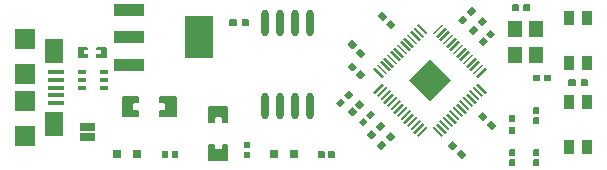
<source format=gtp>
G04 Layer: TopPasteMaskLayer*
G04 EasyEDA v6.5.14, 2022-08-20 14:37:37*
G04 4645136cb0f74b4096413293ac8c450d,6126cb6f80e34288b1b51c63ee1abbf7,10*
G04 Gerber Generator version 0.2*
G04 Scale: 100 percent, Rotated: No, Reflected: No *
G04 Dimensions in millimeters *
G04 leading zeros omitted , absolute positions ,4 integer and 5 decimal *
%FSLAX45Y45*%
%MOMM*%

%AMMACRO1*21,1,$1,$2,0,0,$3*%
%AMMACRO2*4,1,4,-0.635,-0.3175,-0.635,0.3175,0.635,0.3175,0.635,-0.3175,-0.635,-0.3175,0*%
%ADD10R,0.9000X1.2500*%
%ADD11R,2.5000X1.1000*%
%ADD12MACRO1,3.6X2.34X90.0000*%
%ADD13MACRO2*%
%ADD14O,0.6299962X2.2500082*%
%ADD15R,0.8000X0.8000*%
%ADD16R,1.8000X1.8000*%
%ADD17R,1.6000X2.1000*%
%ADD18R,1.3500X0.4000*%
%ADD19R,0.7000X0.4200*%
%ADD20R,1.2000X1.4000*%
%ADD21R,0.0153X1.4000*%

%LPD*%
G36*
X4433671Y8909558D02*
G01*
X4428693Y8904579D01*
X4428693Y8881770D01*
X4465675Y8881770D01*
X4465675Y8848801D01*
X4428693Y8848801D01*
X4428693Y8824569D01*
X4433671Y8819591D01*
X4513681Y8819591D01*
X4518710Y8824569D01*
X4518710Y8904579D01*
X4513681Y8909558D01*
G37*
G36*
X4274718Y8909558D02*
G01*
X4269689Y8904579D01*
X4269689Y8824569D01*
X4274718Y8819591D01*
X4353712Y8819591D01*
X4358690Y8824569D01*
X4358690Y8848801D01*
X4320692Y8848801D01*
X4320692Y8881770D01*
X4358690Y8881770D01*
X4358690Y8904579D01*
X4353712Y8909558D01*
G37*
G36*
X8430971Y8638082D02*
G01*
X8425992Y8633104D01*
X8425992Y8588095D01*
X8430971Y8583066D01*
X8483955Y8583066D01*
X8488984Y8588095D01*
X8488984Y8633104D01*
X8483955Y8638082D01*
G37*
G36*
X8533993Y8638082D02*
G01*
X8528964Y8633104D01*
X8528964Y8588095D01*
X8533993Y8583066D01*
X8586978Y8583066D01*
X8591956Y8588095D01*
X8591956Y8633104D01*
X8586978Y8638082D01*
G37*
G36*
X7927695Y8234984D02*
G01*
X7922666Y8229955D01*
X7922666Y8176971D01*
X7927695Y8171992D01*
X7972704Y8171992D01*
X7977682Y8176971D01*
X7977682Y8229955D01*
X7972704Y8234984D01*
G37*
G36*
X7927695Y8337956D02*
G01*
X7922666Y8332978D01*
X7922666Y8279993D01*
X7927695Y8274964D01*
X7972704Y8274964D01*
X7977682Y8279993D01*
X7977682Y8332978D01*
X7972704Y8337956D01*
G37*
G36*
X8130387Y8317687D02*
G01*
X8126374Y8313674D01*
X8126374Y8263636D01*
X8130387Y8259622D01*
X8176361Y8259622D01*
X8180374Y8263636D01*
X8180374Y8313674D01*
X8176361Y8317687D01*
G37*
G36*
X8130387Y8402726D02*
G01*
X8126374Y8398764D01*
X8126374Y8348675D01*
X8130387Y8344662D01*
X8176361Y8344662D01*
X8180374Y8348675D01*
X8180374Y8398764D01*
X8176361Y8402726D01*
G37*
G36*
X8130387Y7962087D02*
G01*
X8126374Y7958074D01*
X8126374Y7908036D01*
X8130387Y7904022D01*
X8176361Y7904022D01*
X8180374Y7908036D01*
X8180374Y7958074D01*
X8176361Y7962087D01*
G37*
G36*
X8130387Y8047126D02*
G01*
X8126374Y8043164D01*
X8126374Y7993075D01*
X8130387Y7989062D01*
X8176361Y7989062D01*
X8180374Y7993075D01*
X8180374Y8043164D01*
X8176361Y8047126D01*
G37*
G36*
X7927187Y8047126D02*
G01*
X7923174Y8043164D01*
X7923174Y7993075D01*
X7927187Y7989062D01*
X7973161Y7989062D01*
X7977174Y7993075D01*
X7977174Y8043164D01*
X7973161Y8047126D01*
G37*
G36*
X7927187Y7962087D02*
G01*
X7923174Y7958074D01*
X7923174Y7908036D01*
X7927187Y7904022D01*
X7973161Y7904022D01*
X7977174Y7908036D01*
X7977174Y7958074D01*
X7973161Y7962087D01*
G37*
G36*
X4653280Y8493760D02*
G01*
X4643272Y8483803D01*
X4643272Y8330996D01*
X4653280Y8320989D01*
X4781804Y8320989D01*
X4791811Y8330996D01*
X4791811Y8368030D01*
X4781804Y8377986D01*
X4751324Y8377986D01*
X4741316Y8387994D01*
X4741316Y8426754D01*
X4751324Y8436762D01*
X4781804Y8436762D01*
X4791811Y8446770D01*
X4791811Y8483803D01*
X4781804Y8493760D01*
G37*
G36*
X4971796Y8493760D02*
G01*
X4961788Y8483803D01*
X4961788Y8446770D01*
X4971796Y8436762D01*
X5002276Y8436762D01*
X5012283Y8426754D01*
X5012283Y8387994D01*
X5002276Y8377986D01*
X4971796Y8377986D01*
X4961788Y8368030D01*
X4961788Y8330996D01*
X4971796Y8320989D01*
X5100269Y8320989D01*
X5110276Y8330996D01*
X5110276Y8483803D01*
X5100269Y8493760D01*
G37*
G36*
X5384596Y8412276D02*
G01*
X5374589Y8402269D01*
X5374589Y8273796D01*
X5384596Y8263788D01*
X5421630Y8263788D01*
X5431637Y8273796D01*
X5431637Y8304275D01*
X5441594Y8314283D01*
X5480354Y8314283D01*
X5490362Y8304275D01*
X5490362Y8273796D01*
X5500370Y8263788D01*
X5537403Y8263788D01*
X5547410Y8273796D01*
X5547410Y8402269D01*
X5537403Y8412276D01*
G37*
G36*
X5384596Y8093760D02*
G01*
X5374589Y8083803D01*
X5374589Y7955280D01*
X5384596Y7945272D01*
X5537403Y7945272D01*
X5547410Y7955280D01*
X5547410Y8083803D01*
X5537403Y8093760D01*
X5500370Y8093760D01*
X5490362Y8083803D01*
X5490362Y8053273D01*
X5480354Y8043316D01*
X5441594Y8043316D01*
X5431637Y8053273D01*
X5431637Y8083803D01*
X5421630Y8093760D01*
G37*
G36*
X7049058Y8409482D02*
G01*
X6971284Y8331657D01*
X6985406Y8317534D01*
X7063181Y8395309D01*
G37*
G36*
X6851040Y8607450D02*
G01*
X6773265Y8529675D01*
X6787388Y8515553D01*
X6865213Y8593328D01*
G37*
G36*
X7077303Y8381187D02*
G01*
X6999528Y8303412D01*
X7013651Y8289290D01*
X7091476Y8367064D01*
G37*
G36*
X7218730Y8239759D02*
G01*
X7140956Y8161985D01*
X7155078Y8147862D01*
X7232903Y8225637D01*
G37*
G36*
X7020763Y8437778D02*
G01*
X6942988Y8359952D01*
X6957110Y8345830D01*
X7034885Y8423605D01*
G37*
G36*
X7105599Y8352891D02*
G01*
X7027824Y8275116D01*
X7041946Y8260994D01*
X7119721Y8338769D01*
G37*
G36*
X7190486Y8268055D02*
G01*
X7112660Y8190280D01*
X7126833Y8176107D01*
X7204608Y8253882D01*
G37*
G36*
X6992467Y8466023D02*
G01*
X6914692Y8388248D01*
X6928815Y8374125D01*
X7006590Y8451900D01*
G37*
G36*
X6879336Y8579154D02*
G01*
X6801561Y8501380D01*
X6815683Y8487257D01*
X6893458Y8565032D01*
G37*
G36*
X7162190Y8296351D02*
G01*
X7084415Y8218576D01*
X7098538Y8204403D01*
X7176312Y8282178D01*
G37*
G36*
X6964172Y8494318D02*
G01*
X6886397Y8416544D01*
X6900519Y8402421D01*
X6978345Y8480196D01*
G37*
G36*
X7133894Y8324646D02*
G01*
X7056120Y8246821D01*
X7070242Y8232698D01*
X7148017Y8310473D01*
G37*
G36*
X6935876Y8522614D02*
G01*
X6858101Y8444839D01*
X6872274Y8430666D01*
X6950049Y8508492D01*
G37*
G36*
X6907631Y8550910D02*
G01*
X6829856Y8473084D01*
X6843979Y8458962D01*
X6921753Y8536736D01*
G37*
G36*
X6787388Y8741816D02*
G01*
X6773265Y8727694D01*
X6851040Y8649868D01*
X6865162Y8664041D01*
G37*
G36*
X7289444Y8239759D02*
G01*
X7275322Y8225637D01*
X7353096Y8147812D01*
X7367219Y8161985D01*
G37*
G36*
X6815683Y8770112D02*
G01*
X6801510Y8755938D01*
X6879336Y8678164D01*
X6893458Y8692337D01*
G37*
G36*
X7317740Y8268055D02*
G01*
X7303566Y8253882D01*
X7381392Y8176107D01*
X7395514Y8190280D01*
G37*
G36*
X6843979Y8798407D02*
G01*
X6829806Y8784234D01*
X6907631Y8706459D01*
X6921753Y8720632D01*
G37*
G36*
X7346035Y8296351D02*
G01*
X7331862Y8282178D01*
X7409688Y8204403D01*
X7423810Y8218576D01*
G37*
G36*
X6872274Y8826703D02*
G01*
X6858101Y8812530D01*
X6935876Y8734755D01*
X6950049Y8748877D01*
G37*
G36*
X7374331Y8324596D02*
G01*
X7360158Y8310473D01*
X7437932Y8232698D01*
X7452106Y8246821D01*
G37*
G36*
X6900519Y8854948D02*
G01*
X6886397Y8840825D01*
X6964172Y8763000D01*
X6978294Y8777173D01*
G37*
G36*
X7402575Y8352891D02*
G01*
X7388453Y8338769D01*
X7466228Y8260943D01*
X7480350Y8275116D01*
G37*
G36*
X6928815Y8883243D02*
G01*
X6914642Y8869070D01*
X6992467Y8791295D01*
X7006590Y8805468D01*
G37*
G36*
X7430871Y8381187D02*
G01*
X7416749Y8367014D01*
X7494524Y8289239D01*
X7508646Y8303412D01*
G37*
G36*
X6957110Y8911539D02*
G01*
X6942937Y8897366D01*
X7020763Y8819591D01*
X7034885Y8833764D01*
G37*
G36*
X7459167Y8409482D02*
G01*
X7444994Y8395309D01*
X7522819Y8317534D01*
X7536942Y8331657D01*
G37*
G36*
X6985406Y8939834D02*
G01*
X6971233Y8925661D01*
X7049008Y8847886D01*
X7063181Y8862009D01*
G37*
G36*
X7487462Y8437778D02*
G01*
X7473289Y8423605D01*
X7551064Y8345830D01*
X7565237Y8359952D01*
G37*
G36*
X7013651Y8968079D02*
G01*
X6999528Y8953957D01*
X7077303Y8876182D01*
X7091476Y8890304D01*
G37*
G36*
X7515758Y8466023D02*
G01*
X7501585Y8451900D01*
X7579359Y8374125D01*
X7593533Y8388248D01*
G37*
G36*
X7041946Y8996375D02*
G01*
X7027824Y8982202D01*
X7105599Y8904427D01*
X7119721Y8918600D01*
G37*
G36*
X7544003Y8494318D02*
G01*
X7529880Y8480145D01*
X7607655Y8402370D01*
X7621778Y8416544D01*
G37*
G36*
X7070242Y9024670D02*
G01*
X7056069Y9010497D01*
X7133894Y8932722D01*
X7148017Y8946896D01*
G37*
G36*
X7572298Y8522614D02*
G01*
X7558125Y8508441D01*
X7635951Y8430666D01*
X7650073Y8444839D01*
G37*
G36*
X7098538Y9052966D02*
G01*
X7084364Y9038793D01*
X7162139Y8961018D01*
X7176312Y8975140D01*
G37*
G36*
X7600594Y8550910D02*
G01*
X7586421Y8536736D01*
X7664196Y8458962D01*
X7678369Y8473084D01*
G37*
G36*
X7126782Y9081211D02*
G01*
X7112660Y9067088D01*
X7190435Y8989314D01*
X7204608Y9003436D01*
G37*
G36*
X7628890Y8579154D02*
G01*
X7614716Y8565032D01*
X7692491Y8487257D01*
X7706664Y8501380D01*
G37*
G36*
X7155078Y9109506D02*
G01*
X7140956Y9095384D01*
X7218730Y9017609D01*
X7232903Y9031732D01*
G37*
G36*
X7657134Y8607450D02*
G01*
X7643012Y8593328D01*
X7720787Y8515553D01*
X7734909Y8529675D01*
G37*
G36*
X7353096Y9109506D02*
G01*
X7275322Y9031732D01*
X7289444Y9017558D01*
X7367219Y9095384D01*
G37*
G36*
X7522819Y8939784D02*
G01*
X7444994Y8862009D01*
X7459167Y8847886D01*
X7536942Y8925661D01*
G37*
G36*
X7720787Y8741816D02*
G01*
X7643012Y8664041D01*
X7657134Y8649868D01*
X7734909Y8727694D01*
G37*
G36*
X7551064Y8911488D02*
G01*
X7473289Y8833713D01*
X7487462Y8819591D01*
X7565237Y8897366D01*
G37*
G36*
X7381392Y9081211D02*
G01*
X7303566Y9003436D01*
X7317740Y8989314D01*
X7395514Y9067088D01*
G37*
G36*
X7579359Y8883243D02*
G01*
X7501585Y8805468D01*
X7515707Y8791295D01*
X7593482Y8869070D01*
G37*
G36*
X7409688Y9052915D02*
G01*
X7331862Y8975140D01*
X7346035Y8961018D01*
X7423810Y9038793D01*
G37*
G36*
X7607655Y8854948D02*
G01*
X7529880Y8777173D01*
X7544003Y8763000D01*
X7621778Y8840825D01*
G37*
G36*
X7494524Y8968079D02*
G01*
X7416749Y8890304D01*
X7430871Y8876131D01*
X7508646Y8953957D01*
G37*
G36*
X7437932Y9024670D02*
G01*
X7360158Y8946896D01*
X7374280Y8932722D01*
X7452055Y9010497D01*
G37*
G36*
X7692491Y8770061D02*
G01*
X7614716Y8692286D01*
X7628890Y8678164D01*
X7706664Y8755938D01*
G37*
G36*
X7635951Y8826652D02*
G01*
X7558125Y8748877D01*
X7572298Y8734755D01*
X7650073Y8812530D01*
G37*
G36*
X7466228Y8996375D02*
G01*
X7388453Y8918600D01*
X7402575Y8904427D01*
X7480350Y8982202D01*
G37*
G36*
X7664196Y8798356D02*
G01*
X7586421Y8720582D01*
X7600594Y8706459D01*
X7678369Y8784234D01*
G37*
G36*
X7254087Y8804046D02*
G01*
X7078725Y8628684D01*
X7254087Y8453323D01*
X7429449Y8628684D01*
G37*
G36*
X6919112Y8189874D02*
G01*
X6881622Y8152384D01*
X6881622Y8145322D01*
X6913422Y8113522D01*
X6920534Y8113522D01*
X6957974Y8151012D01*
X6957974Y8158073D01*
X6926173Y8189874D01*
G37*
G36*
X6846265Y8117078D02*
G01*
X6808774Y8079587D01*
X6808774Y8072526D01*
X6840626Y8040674D01*
X6847687Y8040674D01*
X6885178Y8078165D01*
X6885178Y8085226D01*
X6853326Y8117078D01*
G37*
G36*
X7529169Y9180830D02*
G01*
X7491679Y9143390D01*
X7491679Y9136329D01*
X7523480Y9104477D01*
X7530592Y9104477D01*
X7568031Y9141968D01*
X7568031Y9149029D01*
X7536230Y9180830D01*
G37*
G36*
X7601966Y9253677D02*
G01*
X7564526Y9216186D01*
X7564526Y9209125D01*
X7596327Y9177324D01*
X7603388Y9177324D01*
X7640878Y9214764D01*
X7640878Y9221876D01*
X7609078Y9253677D01*
G37*
G36*
X8229193Y8676182D02*
G01*
X8222183Y8671204D01*
X8222183Y8626195D01*
X8229193Y8621166D01*
X8277199Y8621166D01*
X8282178Y8626195D01*
X8282178Y8671204D01*
X8277199Y8676182D01*
G37*
G36*
X8131200Y8676182D02*
G01*
X8126171Y8671204D01*
X8126171Y8626195D01*
X8131200Y8621166D01*
X8179206Y8621166D01*
X8186166Y8626195D01*
X8186166Y8671204D01*
X8179206Y8676182D01*
G37*
G36*
X8051393Y9273082D02*
G01*
X8044383Y9268104D01*
X8044383Y9223095D01*
X8051393Y9218066D01*
X8099399Y9218066D01*
X8104378Y9223095D01*
X8104378Y9268104D01*
X8099399Y9273082D01*
G37*
G36*
X7953400Y9273082D02*
G01*
X7948371Y9268104D01*
X7948371Y9223095D01*
X7953400Y9218066D01*
X8001406Y9218066D01*
X8008366Y9223095D01*
X8008366Y9268104D01*
X8001406Y9273082D01*
G37*
G36*
X6559956Y8541969D02*
G01*
X6526022Y8507984D01*
X6524599Y8499500D01*
X6556451Y8467699D01*
X6564934Y8469122D01*
X6598869Y8503056D01*
X6598869Y8510117D01*
X6567017Y8541969D01*
G37*
G36*
X6499148Y8474049D02*
G01*
X6490665Y8472627D01*
X6456730Y8438692D01*
X6456730Y8431631D01*
X6488531Y8399830D01*
X6495643Y8399830D01*
X6529578Y8433765D01*
X6530949Y8442248D01*
G37*
G36*
X6658051Y8715349D02*
G01*
X6626199Y8683548D01*
X6627622Y8675065D01*
X6661556Y8641130D01*
X6668617Y8641130D01*
X6700469Y8672931D01*
X6700469Y8679992D01*
X6666534Y8713927D01*
G37*
G36*
X6590131Y8783269D02*
G01*
X6558330Y8751417D01*
X6558330Y8744356D01*
X6592265Y8710422D01*
X6600748Y8708999D01*
X6632549Y8740800D01*
X6631178Y8749284D01*
X6597192Y8783269D01*
G37*
G36*
X7704937Y8996781D02*
G01*
X7669530Y8961424D01*
X7669530Y8955735D01*
X7702042Y8923223D01*
X7707680Y8923223D01*
X7743088Y8958630D01*
X7743088Y8964269D01*
X7710576Y8996781D01*
G37*
G36*
X7765084Y9056928D02*
G01*
X7729677Y9021572D01*
X7729677Y9015882D01*
X7762189Y8983370D01*
X7767828Y8983370D01*
X7803235Y9018778D01*
X7803235Y9024416D01*
X7770723Y9056928D01*
G37*
G36*
X5679287Y8110626D02*
G01*
X5675274Y8106664D01*
X5675274Y8056575D01*
X5679287Y8052562D01*
X5725312Y8052562D01*
X5729274Y8056575D01*
X5729274Y8106664D01*
X5725312Y8110626D01*
G37*
G36*
X5679287Y8025587D02*
G01*
X5675274Y8021574D01*
X5675274Y7971536D01*
X5679287Y7967522D01*
X5725312Y7967522D01*
X5729274Y7971536D01*
X5729274Y8021574D01*
X5725312Y8025587D01*
G37*
G36*
X6746951Y8372652D02*
G01*
X6711543Y8337245D01*
X6711543Y8331606D01*
X6744106Y8299043D01*
X6749745Y8299043D01*
X6785152Y8334451D01*
X6785152Y8340140D01*
X6752640Y8372652D01*
G37*
G36*
X6686803Y8312505D02*
G01*
X6651396Y8277098D01*
X6651396Y8271459D01*
X6683959Y8238896D01*
X6689598Y8238896D01*
X6725005Y8274303D01*
X6725005Y8279993D01*
X6692493Y8312505D01*
G37*
G36*
X6658051Y8461552D02*
G01*
X6622643Y8426145D01*
X6622643Y8420506D01*
X6655206Y8387943D01*
X6660845Y8387943D01*
X6696252Y8423351D01*
X6696252Y8429040D01*
X6663740Y8461552D01*
G37*
G36*
X6597903Y8401405D02*
G01*
X6562496Y8365998D01*
X6562496Y8360359D01*
X6595059Y8327796D01*
X6600698Y8327796D01*
X6636105Y8363203D01*
X6636105Y8368893D01*
X6603593Y8401405D01*
G37*
G36*
X5070094Y8027974D02*
G01*
X5066080Y8023961D01*
X5066080Y7977987D01*
X5070094Y7973974D01*
X5120132Y7973974D01*
X5124145Y7977987D01*
X5124145Y8023961D01*
X5120132Y8027974D01*
G37*
G36*
X4985004Y8027974D02*
G01*
X4981041Y8023961D01*
X4981041Y7977987D01*
X4985004Y7973974D01*
X5035092Y7973974D01*
X5039106Y7977987D01*
X5039106Y8023961D01*
X5035092Y8027974D01*
G37*
G36*
X6392875Y8027974D02*
G01*
X6388862Y8023961D01*
X6388862Y7977987D01*
X6392875Y7973974D01*
X6442964Y7973974D01*
X6446977Y7977987D01*
X6446977Y8023961D01*
X6442964Y8027974D01*
G37*
G36*
X6307836Y8027974D02*
G01*
X6303822Y8023961D01*
X6303822Y7977987D01*
X6307836Y7973974D01*
X6357874Y7973974D01*
X6361887Y7977987D01*
X6361887Y8023961D01*
X6357874Y8027974D01*
G37*
G36*
X5663793Y9146082D02*
G01*
X5658815Y9141104D01*
X5658815Y9096095D01*
X5663793Y9091066D01*
X5716778Y9091066D01*
X5721807Y9096095D01*
X5721807Y9141104D01*
X5716778Y9146082D01*
G37*
G36*
X5560771Y9146082D02*
G01*
X5555792Y9141104D01*
X5555792Y9096095D01*
X5560771Y9091066D01*
X5613806Y9091066D01*
X5618784Y9096095D01*
X5618784Y9141104D01*
X5613806Y9146082D01*
G37*
G36*
X7437881Y8113268D02*
G01*
X7406081Y8081467D01*
X7406081Y8074406D01*
X7443571Y8036915D01*
X7450632Y8036915D01*
X7482433Y8068716D01*
X7482433Y8075828D01*
X7444994Y8113268D01*
G37*
G36*
X7510729Y8040471D02*
G01*
X7478928Y8008620D01*
X7478928Y8001558D01*
X7516418Y7964068D01*
X7523480Y7964068D01*
X7555280Y7995920D01*
X7555280Y8002981D01*
X7517790Y8040471D01*
G37*
G36*
X6661861Y8897162D02*
G01*
X6630009Y8865311D01*
X6630009Y8858250D01*
X6667500Y8820759D01*
X6674561Y8820759D01*
X6706412Y8852611D01*
X6706412Y8859672D01*
X6668922Y8897162D01*
G37*
G36*
X6589014Y8969959D02*
G01*
X6557213Y8938158D01*
X6557213Y8931097D01*
X6594652Y8893606D01*
X6601714Y8893606D01*
X6633565Y8925458D01*
X6633565Y8932519D01*
X6596075Y8969959D01*
G37*
G36*
X7693914Y8360359D02*
G01*
X7662062Y8328558D01*
X7662062Y8321497D01*
X7699552Y8284006D01*
X7706614Y8284006D01*
X7738465Y8315858D01*
X7738465Y8322919D01*
X7700975Y8360359D01*
G37*
G36*
X7766761Y8287562D02*
G01*
X7734909Y8255711D01*
X7734909Y8248650D01*
X7772400Y8211210D01*
X7779461Y8211210D01*
X7811262Y8243011D01*
X7811262Y8250072D01*
X7773822Y8287562D01*
G37*
G36*
X6915861Y9138462D02*
G01*
X6884009Y9106611D01*
X6884009Y9099550D01*
X6921500Y9062059D01*
X6928561Y9062059D01*
X6960362Y9093911D01*
X6960362Y9100972D01*
X6922922Y9138462D01*
G37*
G36*
X6843014Y9211259D02*
G01*
X6811162Y9179458D01*
X6811213Y9172397D01*
X6848652Y9134906D01*
X6855714Y9134906D01*
X6887565Y9166758D01*
X6887565Y9173819D01*
X6850075Y9211259D01*
G37*
G36*
X7623657Y9092641D02*
G01*
X7586167Y9055150D01*
X7586167Y9048089D01*
X7618018Y9016288D01*
X7625080Y9016288D01*
X7662570Y9053779D01*
X7662570Y9060840D01*
X7630718Y9092641D01*
G37*
G36*
X7696504Y9165488D02*
G01*
X7659014Y9127998D01*
X7659014Y9120936D01*
X7690815Y9089085D01*
X7697927Y9089085D01*
X7735366Y9126575D01*
X7735366Y9133636D01*
X7703566Y9165488D01*
G37*
G36*
X6830212Y8278774D02*
G01*
X6792722Y8241284D01*
X6792722Y8234222D01*
X6824522Y8202422D01*
X6831634Y8202422D01*
X6869074Y8239912D01*
X6869074Y8246973D01*
X6837273Y8278774D01*
G37*
G36*
X6757365Y8205978D02*
G01*
X6719874Y8168487D01*
X6719874Y8161426D01*
X6751726Y8129574D01*
X6758787Y8129574D01*
X6796278Y8167065D01*
X6796278Y8174126D01*
X6764426Y8205978D01*
G37*
D10*
G01*
X8433993Y8062493D03*
G01*
X8433993Y8447481D03*
G01*
X8583980Y8447481D03*
G01*
X8583980Y8062493D03*
G01*
X8433993Y8773693D03*
G01*
X8433993Y9158681D03*
G01*
X8583980Y9158681D03*
G01*
X8583980Y8773693D03*
D11*
G01*
X4706797Y9221571D03*
G01*
X4706797Y8991574D03*
G01*
X4706797Y8761577D03*
D12*
G01*
X5300792Y8991582D03*
D13*
G01*
X4356092Y8150842D03*
G01*
X4356094Y8232122D03*
D14*
G01*
X5854700Y8409965D03*
G01*
X5981700Y8409965D03*
G01*
X6108700Y8409965D03*
G01*
X6235700Y8409965D03*
G01*
X5854700Y9115983D03*
G01*
X5981700Y9115983D03*
G01*
X6108700Y9115983D03*
G01*
X6235700Y9115983D03*
D15*
G01*
X4601895Y8000974D03*
G01*
X4772075Y8000974D03*
G01*
X5934709Y8000974D03*
G01*
X6104890Y8000974D03*
D16*
G01*
X3825646Y8157971D03*
G01*
X3825646Y8452993D03*
G01*
X3825646Y8682989D03*
G01*
X3825646Y8977985D03*
D17*
G01*
X4072585Y8257971D03*
G01*
X4072585Y8877985D03*
D18*
G01*
X4087139Y8437981D03*
G01*
X4087139Y8502980D03*
G01*
X4087139Y8567978D03*
G01*
X4087139Y8632977D03*
G01*
X4087139Y8697976D03*
D19*
G01*
X4495672Y8630970D03*
G01*
X4495672Y8695969D03*
G01*
X4311700Y8695969D03*
G01*
X4311700Y8630970D03*
G01*
X4311700Y8565972D03*
G01*
X4495672Y8565972D03*
D20*
G01*
X8151977Y8843492D03*
G01*
X8151977Y9063481D03*
G01*
X7976971Y9063481D03*
G01*
X7976971Y8843492D03*
M02*

</source>
